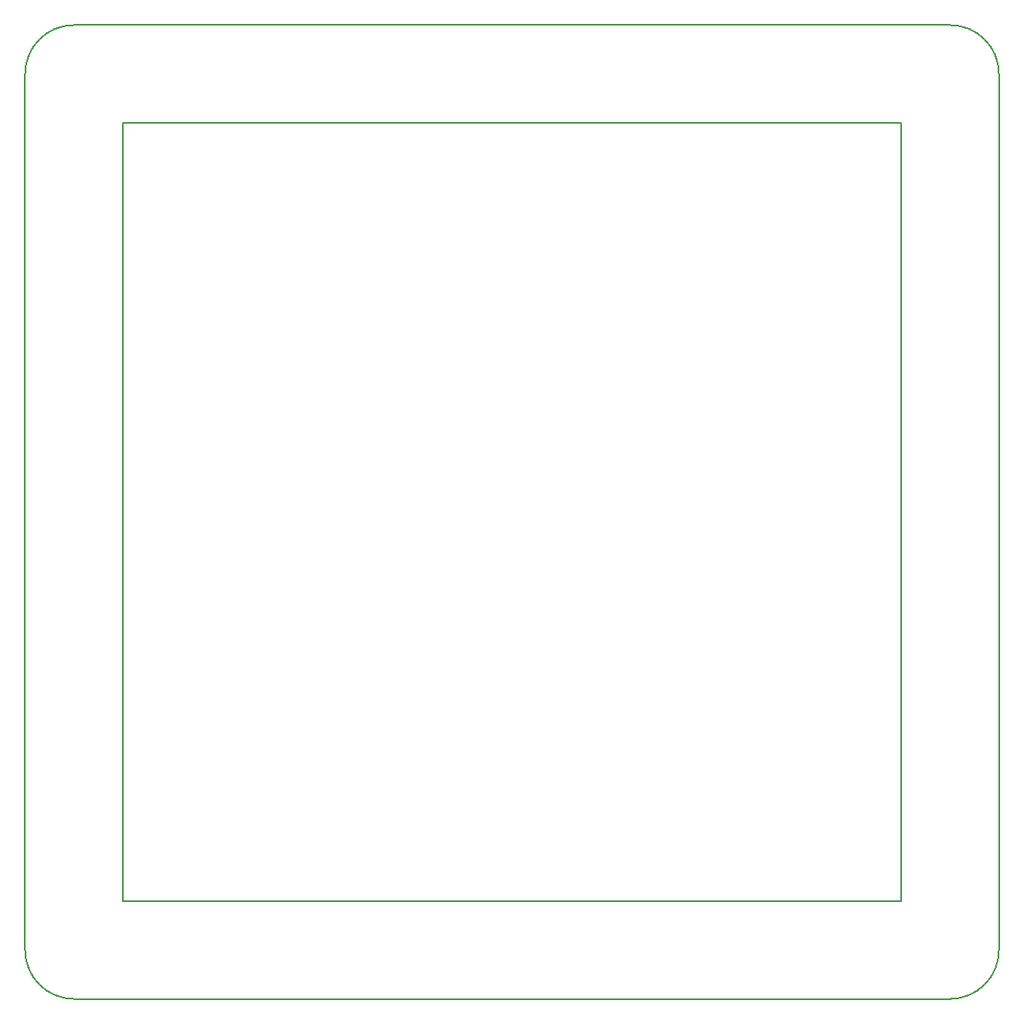
<source format=gbr>
%TF.GenerationSoftware,KiCad,Pcbnew,(5.1.6)-1*%
%TF.CreationDate,2020-12-06T18:47:15+01:00*%
%TF.ProjectId,05_Contour,30355f43-6f6e-4746-9f75-722e6b696361,rev?*%
%TF.SameCoordinates,Original*%
%TF.FileFunction,Profile,NP*%
%FSLAX46Y46*%
G04 Gerber Fmt 4.6, Leading zero omitted, Abs format (unit mm)*
G04 Created by KiCad (PCBNEW (5.1.6)-1) date 2020-12-06 18:47:15*
%MOMM*%
%LPD*%
G01*
G04 APERTURE LIST*
%TA.AperFunction,Profile*%
%ADD10C,0.150000*%
%TD*%
G04 APERTURE END LIST*
D10*
X195000000Y-55000000D02*
G75*
G02*
X200000000Y-60000000I0J-5000000D01*
G01*
X200000000Y-150000000D02*
G75*
G02*
X195000000Y-155000000I-5000000J0D01*
G01*
X105000000Y-155000000D02*
G75*
G02*
X100000000Y-150000000I0J5000000D01*
G01*
X100000000Y-60000000D02*
G75*
G02*
X105000000Y-55000000I5000000J0D01*
G01*
X100000000Y-150000000D02*
X100000000Y-60000000D01*
X195000000Y-155000000D02*
X105000000Y-155000000D01*
X200000000Y-60000000D02*
X200000000Y-150000000D01*
X105000000Y-55000000D02*
X195000000Y-55000000D01*
X110000000Y-65000000D02*
X110000000Y-145000000D01*
X190000000Y-145000000D02*
X110000000Y-145000000D01*
X190000000Y-65000000D02*
X190000000Y-145000000D01*
X110000000Y-65000000D02*
X190000000Y-65000000D01*
M02*

</source>
